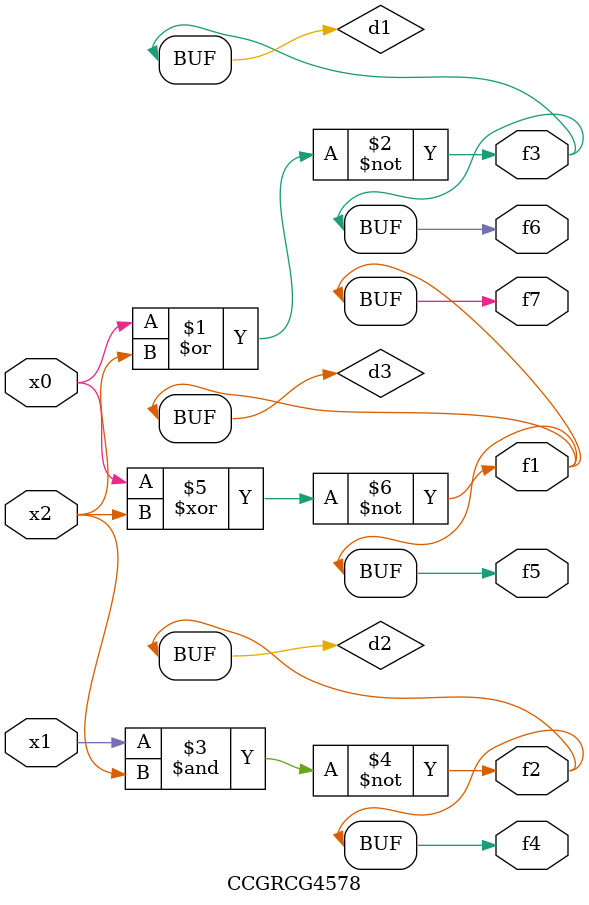
<source format=v>
module CCGRCG4578(
	input x0, x1, x2,
	output f1, f2, f3, f4, f5, f6, f7
);

	wire d1, d2, d3;

	nor (d1, x0, x2);
	nand (d2, x1, x2);
	xnor (d3, x0, x2);
	assign f1 = d3;
	assign f2 = d2;
	assign f3 = d1;
	assign f4 = d2;
	assign f5 = d3;
	assign f6 = d1;
	assign f7 = d3;
endmodule

</source>
